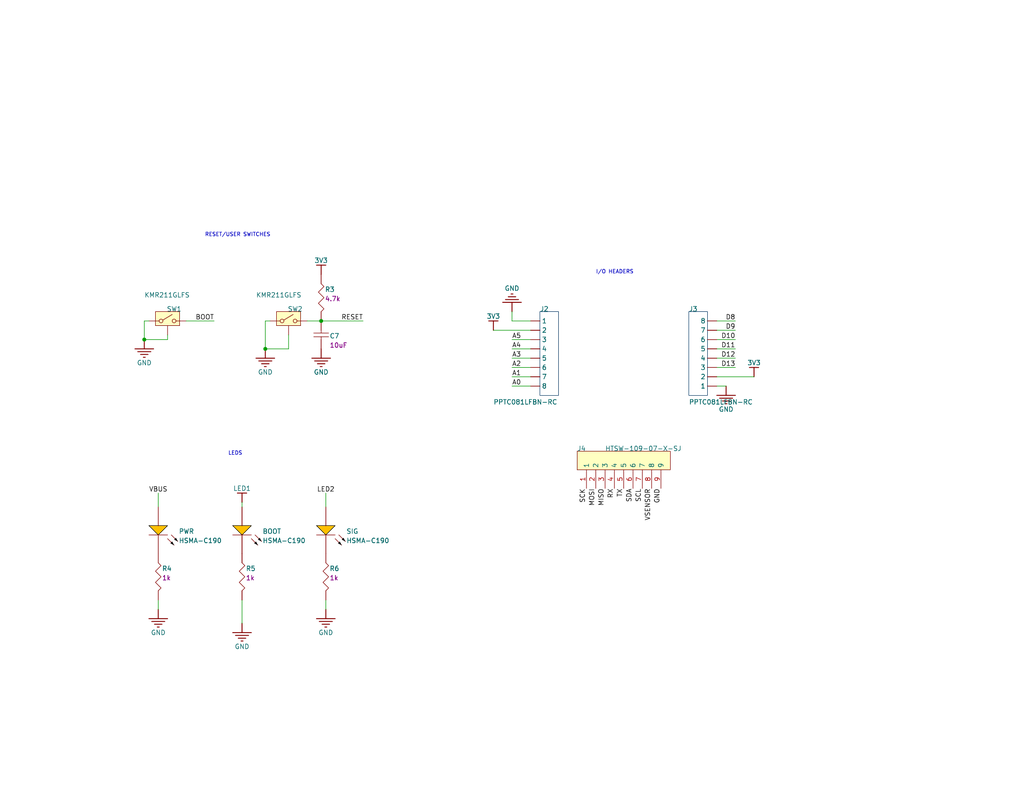
<source format=kicad_sch>
(kicad_sch (version 20250114) (generator "eeschema") (generator_version "9.0")
  (paper "A")
  (lib_symbols
    (symbol "ECEN5730Lib_2023_05_DS (2):root_0_JF_8_PIN_FEMALE_ECEN5730Lib_2023_05_DS (2).IntLib" (pin_numbers (hide yes))
      (symbol "root_0_JF_8_PIN_FEMALE_ECEN5730Lib_2023_05_DS (2).IntLib_1_0"
        (rectangle (start 7.62 2.54) (end 2.54 -20.32) (stroke (width 0) (color 7 55 99 1)) (fill (type color) (color 255 255 255 1)))
        (pin passive line (at 0 0 0) (length 2.54) (name "1") (number "1"))
        (pin passive line (at 0 -2.54 0) (length 2.54) (name "2") (number "2"))
        (pin passive line (at 0 -5.08 0) (length 2.54) (name "3") (number "3"))
        (pin passive line (at 0 -7.62 0) (length 2.54) (name "4") (number "4"))
        (pin passive line (at 0 -10.16 0) (length 2.54) (name "5") (number "5"))
        (pin passive line (at 0 -12.7 0) (length 2.54) (name "6") (number "6"))
        (pin passive line (at 0 -15.24 0) (length 2.54) (name "7") (number "7"))
        (pin passive line (at 0 -17.78 0) (length 2.54) (name "8") (number "8"))
      )
    )
    (symbol "ECEN5730Lib_2023_05_DS (2):root_1_JM_9_PIN_MALE_ECEN5730Lib_2023_05_DS (2).IntLib"
      (symbol "root_1_JM_9_PIN_MALE_ECEN5730Lib_2023_05_DS (2).IntLib_1_0"
        (rectangle (start 22.86 5.08) (end -2.54 0) (stroke (width 0) (color 128 0 0 1)) (fill (type background)))
        (pin passive line (at 0 -5.08 90) (length 5.08) (name "1") (number "1"))
        (pin passive line (at 2.54 -5.08 90) (length 5.08) (name "2") (number "2"))
        (pin passive line (at 5.08 -5.08 90) (length 5.08) (name "3") (number "3"))
        (pin passive line (at 7.62 -5.08 90) (length 5.08) (name "4") (number "4"))
        (pin passive line (at 10.16 -5.08 90) (length 5.08) (name "5") (number "5"))
        (pin passive line (at 12.7 -5.08 90) (length 5.08) (name "6") (number "6"))
        (pin passive line (at 15.24 -5.08 90) (length 5.08) (name "7") (number "7"))
        (pin passive line (at 17.78 -5.08 90) (length 5.08) (name "8") (number "8"))
        (pin passive line (at 20.32 -5.08 90) (length 5.08) (name "9") (number "9"))
      )
    )
    (symbol "ECEN5730Lib_2023_05_DS (2):root_2_JF_8_PIN_FEMALE_ECEN5730Lib_2023_05_DS (2).IntLib" (pin_numbers (hide yes))
      (symbol "root_2_JF_8_PIN_FEMALE_ECEN5730Lib_2023_05_DS (2).IntLib_1_0"
        (rectangle (start -2.54 20.32) (end -7.62 -2.54) (stroke (width 0) (color 7 55 99 1)) (fill (type color) (color 255 255 255 1)))
        (pin passive line (at 0 17.78 180) (length 2.54) (name "8") (number "8"))
        (pin passive line (at 0 15.24 180) (length 2.54) (name "7") (number "7"))
        (pin passive line (at 0 12.7 180) (length 2.54) (name "6") (number "6"))
        (pin passive line (at 0 10.16 180) (length 2.54) (name "5") (number "5"))
        (pin passive line (at 0 7.62 180) (length 2.54) (name "4") (number "4"))
        (pin passive line (at 0 5.08 180) (length 2.54) (name "3") (number "3"))
        (pin passive line (at 0 2.54 180) (length 2.54) (name "2") (number "2"))
        (pin passive line (at 0 0 180) (length 2.54) (name "1") (number "1"))
      )
    )
    (symbol "McIntyre Industries:root_0_KMR211GLFS_McIntyre Industries" (pin_numbers (hide yes)) (pin_names (hide yes))
      (symbol "root_0_KMR211GLFS_McIntyre Industries_1_0"
        (polyline (pts (xy 2.794 0) (xy 2.54 0)))
        (circle (center 3.302 0) (radius 0.508))
        (polyline (pts (xy 3.81 0.254) (xy 6.35 1.778)))
        (circle (center 6.858 0) (radius 0.508))
        (polyline (pts (xy 7.366 0) (xy 7.62 0)))
        (rectangle (start 8.382 2.54) (end 1.778 -1.27) (stroke (width 0) (color 128 0 0 1)) (fill (type background)))
        (pin passive line (at 0 0 0) (length 2.54) (name "1") (number "1,2"))
        (pin power_in line (at 5.08 -3.81 90) (length 2.54) (name "3") (number "5"))
        (pin passive line (at 10.16 0 180) (length 2.54) (name "2") (number "3,4"))
      )
    )
    (symbol "Prototypical Design:root_1_CAP-NP-2_Prototypical Design" (pin_numbers (hide yes)) (pin_names (hide yes))
      (symbol "root_1_CAP-NP-2_Prototypical Design_1_0"
        (polyline (pts (xy -2.032 4.318) (xy 2.032 4.318)))
        (polyline (pts (xy 0 5.08) (xy 0 4.318)))
        (polyline (pts (xy 0 2.54) (xy 0 3.302)))
        (polyline (pts (xy 2.032 3.302) (xy -2.032 3.302)))
        (pin passive line (at 0 7.62 270) (length 2.54) (name "2") (number "2"))
        (pin passive line (at 0 0 90) (length 2.54) (name "1") (number "1"))
      )
    )
    (symbol "Prototypical Design:root_3_LED-AMBER-AK-2_Prototypical Design" (pin_numbers (hide yes)) (pin_names (hide yes))
      (symbol "root_3_LED-AMBER-AK-2_Prototypical Design_1_0"
        (polyline (pts (xy -5.08 0) (xy -2.54 -2.54) (xy 0 0) (xy -5.08 0)) (stroke (width 0) (color 0 0 0 1)) (fill (type color) (color 255 191 0 1)))
        (polyline (pts (xy 0 -2.54) (xy -5.08 -2.54)))
        (polyline (pts (xy 0 -3.556) (xy 1.778 -5.334)))
        (polyline (pts (xy 1.016 -2.54) (xy 2.794 -4.318)))
        (polyline (pts (xy 1.778 -5.334) (xy 1.27 -4.318) (xy 0.762 -4.826) (xy 1.778 -5.334)) (stroke (width -0.0001) (color 0 0 0 1)) (fill (type outline)))
        (polyline (pts (xy 2.794 -4.318) (xy 2.286 -3.302) (xy 1.778 -3.81) (xy 2.794 -4.318)) (stroke (width -0.0001) (color 0 0 0 1)) (fill (type outline)))
        (pin passive line (at -2.54 5.08 270) (length 5.08) (name "A") (number "1"))
        (pin passive line (at -2.54 -7.62 90) (length 5.08) (name "K") (number "2"))
      )
    )
    (symbol "Prototypical Design:root_3_RES-2_Prototypical Design_0" (pin_numbers (hide yes)) (pin_names (hide yes))
      (symbol "root_3_RES-2_Prototypical Design_0_1_0"
        (polyline (pts (xy 0 -10.16) (xy 0.762 -9.398) (xy 0 -8.636) (xy -0.762 -7.874) (xy 0.762 -6.35) (xy -0.762 -4.826) (xy 0.762 -3.302) (xy 0 -2.54)))
        (pin passive line (at 0 0 270) (length 2.54) (name "1") (number "1"))
        (pin passive line (at 0 -12.7 90) (length 2.54) (name "2") (number "2"))
      )
    )
    (symbol "root_3_RES-2_Prototypical Design_0_1" (pin_numbers (hide yes)) (pin_names (hide yes))
      (symbol "root_3_RES-2_Prototypical Design_0_1_1_0"
        (polyline (pts (xy 0 -10.16) (xy 0.762 -9.398) (xy 0 -8.636) (xy -0.762 -7.874) (xy 0.762 -6.35) (xy -0.762 -4.826) (xy 0.762 -3.302) (xy 0 -2.54)))
        (pin passive line (at 0 0 270) (length 2.54) (name "1") (number "1"))
        (pin passive line (at 0 -12.7 90) (length 2.54) (name "2") (number "2"))
      )
    )
    (symbol "tinyCore-altium-import:3V3_BAR" (power)
      (property "Value" "3V3" (at 0 -3.81 0))
      (symbol "3V3_BAR_0_0"
        (polyline (pts (xy -1.27 -2.54) (xy 1.27 -2.54)) (stroke (width 0.254)))
        (polyline (pts (xy 0 0) (xy 0 -2.54)) (stroke (width 0.254)))
        (pin power_in line (at 0 0 0) (length 0) (hide yes) (name "3V3") (number ""))
      )
    )
    (symbol "tinyCore-altium-import:GND_POWER_GROUND" (power)
      (property "Value" "GND" (at 0 -6.35 0))
      (symbol "GND_POWER_GROUND_0_0"
        (polyline (pts (xy -2.54 -2.54) (xy 2.54 -2.54)) (stroke (width 0.254)))
        (polyline (pts (xy -1.778 -3.302) (xy 1.778 -3.302)) (stroke (width 0.254)))
        (polyline (pts (xy -1.016 -4.064) (xy 1.016 -4.064)) (stroke (width 0.254)))
        (polyline (pts (xy -0.254 -4.826) (xy 0.254 -4.826)) (stroke (width 0.254)))
        (polyline (pts (xy 0 0) (xy 0 -2.54)) (stroke (width 0.254)))
        (pin power_in line (at 0 0 0) (length 0) (hide yes) (name "GND") (number ""))
      )
    )
    (symbol "tinyCore-altium-import:LED1_BAR" (power)
      (property "Value" "LED1" (at 0 -3.81 0))
      (symbol "LED1_BAR_0_0"
        (polyline (pts (xy -1.27 -2.54) (xy 1.27 -2.54)) (stroke (width 0.254)))
        (polyline (pts (xy 0 0) (xy 0 -2.54)) (stroke (width 0.254)))
        (pin power_in line (at 0 0 0) (length 0) (hide yes) (name "LED1") (number ""))
      )
    )
  )
  (text "I/O HEADERS" (at 162.56 74.93 0) (effects (font (size 1.016 1.016)) (justify left bottom)))
  (text "RESET/USER SWITCHES" (at 55.88 64.77 0) (effects (font (size 1.016 1.016)) (justify left bottom)))
  (text "LEDS" (at 62.23 124.46 0) (effects (font (size 1.016 1.016)) (justify left bottom)))
  (junction (at 72.39 95.25))
  (junction (at 87.63 87.63))
  (junction (at 39.37 92.71))
  (wire (pts (xy 144.78 105.41) (xy 139.7 105.41)))
  (wire (pts (xy 72.39 87.63) (xy 72.39 95.25)))
  (wire (pts (xy 144.78 92.71) (xy 139.7 92.71)))
  (wire (pts (xy 99.06 87.63) (xy 87.63 87.63)))
  (wire (pts (xy 66.04 170.18) (xy 66.04 163.83)))
  (wire (pts (xy 195.58 92.71) (xy 200.66 92.71)))
  (wire (pts (xy 144.78 100.33) (xy 139.7 100.33)))
  (wire (pts (xy 73.66 87.63) (xy 72.39 87.63)))
  (wire (pts (xy 88.9 166.37) (xy 88.9 163.83)))
  (wire (pts (xy 195.58 87.63) (xy 200.66 87.63)))
  (wire (pts (xy 195.58 97.79) (xy 200.66 97.79)))
  (wire (pts (xy 45.72 92.71) (xy 39.37 92.71)))
  (wire (pts (xy 39.37 87.63) (xy 39.37 92.71)))
  (wire (pts (xy 50.8 87.63) (xy 58.42 87.63)))
  (wire (pts (xy 144.78 95.25) (xy 139.7 95.25)))
  (wire (pts (xy 144.78 90.17) (xy 134.62 90.17)))
  (wire (pts (xy 144.78 87.63) (xy 139.7 87.63)))
  (wire (pts (xy 195.58 95.25) (xy 200.66 95.25)))
  (wire (pts (xy 78.74 91.44) (xy 78.74 95.25)))
  (wire (pts (xy 195.58 100.33) (xy 200.66 100.33)))
  (wire (pts (xy 144.78 97.79) (xy 139.7 97.79)))
  (wire (pts (xy 66.04 137.16) (xy 66.04 138.43)))
  (wire (pts (xy 198.12 105.41) (xy 195.58 105.41)))
  (wire (pts (xy 88.9 134.62) (xy 88.9 138.43)))
  (wire (pts (xy 139.7 87.63) (xy 139.7 85.09)))
  (wire (pts (xy 78.74 95.25) (xy 72.39 95.25)))
  (wire (pts (xy 87.63 87.63) (xy 83.82 87.63)))
  (wire (pts (xy 40.64 87.63) (xy 39.37 87.63)))
  (wire (pts (xy 195.58 102.87) (xy 205.74 102.87)))
  (wire (pts (xy 144.78 102.87) (xy 139.7 102.87)))
  (wire (pts (xy 43.18 134.62) (xy 43.18 138.43)))
  (wire (pts (xy 45.72 91.44) (xy 45.72 92.71)))
  (wire (pts (xy 43.18 166.37) (xy 43.18 163.83)))
  (wire (pts (xy 195.58 90.17) (xy 200.66 90.17)))
  (label "D11" (at 200.66 95.25 180))
  (label "VBUS" (at 43.18 134.62 0))
  (label "GND" (at 180.34 133.35 270))
  (label "MISO" (at 165.1 133.35 270))
  (label "BOOT" (at 58.42 87.63 180))
  (label "SCL" (at 175.26 133.35 270))
  (label "D12" (at 200.66 97.79 180))
  (label "TX" (at 170.18 133.35 270))
  (label "A3" (at 139.7 97.79 0))
  (label "A5" (at 139.7 92.71 0))
  (label "D9" (at 200.66 90.17 180))
  (label "LED2" (at 88.9 134.62 0))
  (label "D13" (at 200.66 100.33 180))
  (label "MOSI" (at 162.56 133.35 270))
  (label "A4" (at 139.7 95.25 0))
  (label "D8" (at 200.66 87.63 180))
  (label "A2" (at 139.7 100.33 0))
  (label "SCK" (at 160.02 133.35 270))
  (label "A0" (at 139.7 105.41 0))
  (label "RESET" (at 99.06 87.63 180))
  (label "A1" (at 139.7 102.87 0))
  (label "SDA" (at 172.72 133.35 270))
  (label "" (at 139.7 105.41 0))
  (label "RX" (at 167.64 133.35 270))
  (label "D10" (at 200.66 92.71 180))
  (label "VSENSOR" (at 177.8 133.35 270))
  (symbol (lib_id "ECEN5730Lib_2023_05_DS (2):root_0_JF_8_PIN_FEMALE_ECEN5730Lib_2023_05_DS (2).IntLib") (at 144.78 87.63 0) (unit 1)
    (property "Reference" "J2" (at 147.32 85.09 0) (effects (justify left bottom)))
    (property "Value" "PPTC081LFBN-RC" (at 134.62 110.49 0) (effects (justify left bottom)))
    (property "Footprint" "8_PIN_100MIL - Female" (effects (hide yes)))
    (property "Description" "8 Position Header Connector 0.100\" (2.54mm) Through Hole Tin" (effects (hide yes)))
    (property "DIGIKEY LINK" "https://www.digikey.com/product-detail/en/PPTC081LFBN-RC/S7006-ND/810147/?itemSeq=304982354" (effects (hide yes)))
    (property "MFR PART #" "PPTC081LFBN-RC" (effects (hide yes)))
    (property "TYPE" "Extended" (effects (hide yes)))
    (property "LCSC PART#" "C27438" (effects (hide yes)))
  )
  (symbol (lib_id "Prototypical Design:root_3_LED-AMBER-AK-2_Prototypical Design") (at 91.44 143.51 0) (unit 1)
    (property "Reference" "SIG" (at 94.488 145.796 0) (effects (justify left bottom)))
    (property "Value" "HSMA-C190" (at 94.488 148.336 0) (effects (justify left bottom)))
    (property "Footprint" "AVAG-HSMX-C190_V" (effects (hide yes)))
    (property "Description" "LED Uni-Color Amber, 60 mW, 20 mA, -40 to 85 degC, 2-Pin SMD, RoHS, Tape and Reel" (effects (hide yes)))
    (property "DATASHEET VERSION" "Sep-10" (effects (hide yes)))
    (property "MOUNTING TECHNOLOGY" "SM" (effects (hide yes)))
    (property "CASE/PACKAGE" "0603" (effects (hide yes)))
    (property "ROHS COMPLIANT" "True" (effects (hide yes)))
    (property "PINS" "2" (effects (hide yes)))
    (property "FORWARD CURRENT" "20mA" (effects (hide yes)))
    (property "PACKAGING" "TapeandReel" (effects (hide yes)))
    (property "COLOUR" "Orange" (effects (hide yes)))
    (property "PACKAGE REFERENCE" "HSMX-C190" (effects (hide yes)))
    (property "MANUFACTURER URL" "http://www.avagotech.com/" (effects (hide yes)))
    (property "PACKAGE QUANTITY" "4000" (effects (hide yes)))
    (property "MIN OPERATING TEMPERATURE" "-40°C" (effects (hide yes)))
    (property "LUMINOUS INTENSITY" "90mcd" (effects (hide yes)))
    (property "DATASHEET URL" "http://docs.avagotech.com/docs/AV02-0112EN" (effects (hide yes)))
    (property "LENS STYLE" "Diffused" (effects (hide yes)))
    (property "POWER" "60mW" (effects (hide yes)))
    (property "NOMINAL VF" "1.9V" (effects (hide yes)))
    (property "MANUFACTURER" "Avago" (effects (hide yes)))
    (property "MAX OPERATING TEMPERATURE" "85°C" (effects (hide yes)))
    (property "FORWARD VOLTAGE" "1.9V" (effects (hide yes)))
    (property "VIEWING ANGLE" "170degrees" (effects (hide yes)))
    (property "PACKAGE DESCRIPTION" "2-Pin Surface Mount Device, Body 1.6 x 0.8 mm, Height 0.9 mm" (effects (hide yes)))
    (property "ILLUMINATION COLOUR" "Orange" (effects (hide yes)))
  )
  (symbol (lib_id "tinyCore-altium-import:GND_POWER_GROUND") (at 39.37 92.71 0) (unit 1)
    (property "Reference" "#PWR?" (effects (hide yes)))
    (property "Value" "GND" (at 39.37 99.06 0))
  )
  (symbol (lib_id "tinyCore-altium-import:GND_POWER_GROUND") (at 72.39 95.25 0) (unit 1)
    (property "Reference" "#PWR?" (effects (hide yes)))
    (property "Value" "GND" (at 72.39 101.6 0))
  )
  (symbol (lib_id "tinyCore-altium-import:GND_POWER_GROUND") (at 198.12 105.41 0) (unit 1)
    (property "Reference" "#PWR?" (effects (hide yes)))
    (property "Value" "GND" (at 198.12 111.76 0))
  )
  (symbol (lib_id "tinyCore-altium-import:GND_POWER_GROUND") (at 87.63 95.25 0) (unit 1)
    (property "Reference" "#PWR?" (effects (hide yes)))
    (property "Value" "GND" (at 87.63 101.6 0))
  )
  (symbol (lib_id "tinyCore-altium-import:3V3_BAR") (at 134.62 90.17 180) (unit 1)
    (property "Reference" "#PWR?" (effects (hide yes)))
    (property "Value" "3V3" (at 134.62 86.36 0))
  )
  (symbol (lib_id "Prototypical Design:root_3_LED-AMBER-AK-2_Prototypical Design") (at 45.72 143.51 0) (unit 1)
    (property "Reference" "PWR" (at 48.768 145.796 0) (effects (justify left bottom)))
    (property "Value" "HSMA-C190" (at 48.768 148.336 0) (effects (justify left bottom)))
    (property "Footprint" "AVAG-HSMX-C190_V" (effects (hide yes)))
    (property "Description" "LED Uni-Color Amber, 60 mW, 20 mA, -40 to 85 degC, 2-Pin SMD, RoHS, Tape and Reel" (effects (hide yes)))
    (property "DATASHEET VERSION" "Sep-10" (effects (hide yes)))
    (property "MOUNTING TECHNOLOGY" "SM" (effects (hide yes)))
    (property "CASE/PACKAGE" "0603" (effects (hide yes)))
    (property "ROHS COMPLIANT" "True" (effects (hide yes)))
    (property "PINS" "2" (effects (hide yes)))
    (property "FORWARD CURRENT" "20mA" (effects (hide yes)))
    (property "PACKAGING" "TapeandReel" (effects (hide yes)))
    (property "COLOUR" "Orange" (effects (hide yes)))
    (property "PACKAGE REFERENCE" "HSMX-C190" (effects (hide yes)))
    (property "MANUFACTURER URL" "http://www.avagotech.com/" (effects (hide yes)))
    (property "PACKAGE QUANTITY" "4000" (effects (hide yes)))
    (property "MIN OPERATING TEMPERATURE" "-40°C" (effects (hide yes)))
    (property "LUMINOUS INTENSITY" "90mcd" (effects (hide yes)))
    (property "DATASHEET URL" "http://docs.avagotech.com/docs/AV02-0112EN" (effects (hide yes)))
    (property "LENS STYLE" "Diffused" (effects (hide yes)))
    (property "POWER" "60mW" (effects (hide yes)))
    (property "NOMINAL VF" "1.9V" (effects (hide yes)))
    (property "MANUFACTURER" "Avago" (effects (hide yes)))
    (property "MAX OPERATING TEMPERATURE" "85°C" (effects (hide yes)))
    (property "FORWARD VOLTAGE" "1.9V" (effects (hide yes)))
    (property "VIEWING ANGLE" "170degrees" (effects (hide yes)))
    (property "PACKAGE DESCRIPTION" "2-Pin Surface Mount Device, Body 1.6 x 0.8 mm, Height 0.9 mm" (effects (hide yes)))
    (property "ILLUMINATION COLOUR" "Orange" (effects (hide yes)))
  )
  (symbol (lib_id "Prototypical Design:root_3_RES-2_Prototypical Design_0") (at 66.04 151.13 0) (unit 1)
    (property "Reference" "R5" (at 67.056 155.956 0) (effects (justify left bottom)))
    (property "Value" "Resistor 1k +/-1% 0603 100 mW" (effects (hide yes)))
    (property "Footprint" "RESC1608X55X25ML10T15" (effects (hide yes)))
    (property "Description" "Chip Resistor, 1 KOhm, +/- 1%, 0.1 W, -55 to 155 degC, 0603 (1608 Metric)" (effects (hide yes)))
    (property "MAX OPERATING TEMPERATURE" "155°C" (effects (hide yes)))
    (property "ALTIUM_VALUE" "1k" (at 67.056 158.496 0) (effects (justify left bottom)))
    (property "ROHS COMPLIANT" "True" (effects (hide yes)))
    (property "VOLTAGE RATING" "50V" (effects (hide yes)))
    (property "TOLERANCE" "1%" (effects (hide yes)))
    (property "PINS" "2" (effects (hide yes)))
    (property "CASE/PACKAGE" "0603" (effects (hide yes)))
    (property "MOUNTING TECHNOLOGY" "SM" (effects (hide yes)))
    (property "MIN OPERATING TEMPERATURE" "-55°C" (effects (hide yes)))
    (property "POWER" "100mW" (effects (hide yes)))
  )
  (symbol (lib_id "Prototypical Design:root_3_RES-2_Prototypical Design_0") (at 43.18 151.13 0) (unit 1)
    (property "Reference" "R4" (at 44.196 155.956 0) (effects (justify left bottom)))
    (property "Value" "Resistor 1k +/-1% 0603 100 mW" (effects (hide yes)))
    (property "Footprint" "RESC1608X55X25ML10T15" (effects (hide yes)))
    (property "Description" "Chip Resistor, 1 KOhm, +/- 1%, 0.1 W, -55 to 155 degC, 0603 (1608 Metric)" (effects (hide yes)))
    (property "MAX OPERATING TEMPERATURE" "155°C" (effects (hide yes)))
    (property "ALTIUM_VALUE" "1k" (at 44.196 158.496 0) (effects (justify left bottom)))
    (property "ROHS COMPLIANT" "True" (effects (hide yes)))
    (property "VOLTAGE RATING" "50V" (effects (hide yes)))
    (property "TOLERANCE" "1%" (effects (hide yes)))
    (property "PINS" "2" (effects (hide yes)))
    (property "CASE/PACKAGE" "0603" (effects (hide yes)))
    (property "MOUNTING TECHNOLOGY" "SM" (effects (hide yes)))
    (property "MIN OPERATING TEMPERATURE" "-55°C" (effects (hide yes)))
    (property "POWER" "100mW" (effects (hide yes)))
  )
  (symbol (lib_id "tinyCore-altium-import:LED1_BAR") (at 66.04 137.16 180) (unit 1)
    (property "Reference" "#PWR?" (effects (hide yes)))
    (property "Value" "LED1" (at 66.04 133.35 0))
  )
  (symbol (lib_id "tinyCore-altium-import:GND_POWER_GROUND") (at 43.18 166.37 0) (unit 1)
    (property "Reference" "#PWR?" (effects (hide yes)))
    (property "Value" "GND" (at 43.18 172.72 0))
  )
  (symbol (lib_id "McIntyre Industries:root_0_KMR211GLFS_McIntyre Industries") (at 40.64 87.63 0) (unit 1)
    (property "Reference" "SW1" (at 45.466 85.09 0) (effects (justify left bottom)))
    (property "Value" "KMR211GLFS" (at 39.37 81.28 0) (effects (justify left bottom)))
    (property "Footprint" "FP-KMR211GLFS-MFG" (effects (hide yes)))
    (property "DESIGN ITEM ID" "KMR211GLFS" (effects (hide yes)))
    (property "SOURCE" "KMR211GLFS.SchLib" (effects (hide yes)))
  )
  (symbol (lib_id "tinyCore-altium-import:3V3_BAR") (at 205.74 102.87 180) (unit 1)
    (property "Reference" "#PWR?" (effects (hide yes)))
    (property "Value" "3V3" (at 205.74 99.06 0))
  )
  (symbol (lib_id "tinyCore-altium-import:GND_POWER_GROUND") (at 66.04 170.18 0) (unit 1)
    (property "Reference" "#PWR?" (effects (hide yes)))
    (property "Value" "GND" (at 66.04 176.53 0))
  )
  (symbol (lib_id "ECEN5730Lib_2023_05_DS (2):root_2_JF_8_PIN_FEMALE_ECEN5730Lib_2023_05_DS (2).IntLib") (at 195.58 105.41 0) (unit 1)
    (property "Reference" "J3" (at 187.96 85.09 0) (effects (justify left bottom)))
    (property "Value" "PPTC081LFBN-RC" (at 187.96 110.49 0) (effects (justify left bottom)))
    (property "Footprint" "8_PIN_100MIL - Female" (effects (hide yes)))
    (property "Description" "8 Position Header Connector 0.100\" (2.54mm) Through Hole Tin" (effects (hide yes)))
    (property "DIGIKEY LINK" "https://www.digikey.com/product-detail/en/PPTC081LFBN-RC/S7006-ND/810147/?itemSeq=304982354" (effects (hide yes)))
    (property "MFR PART #" "PPTC081LFBN-RC" (effects (hide yes)))
    (property "TYPE" "Extended" (effects (hide yes)))
    (property "LCSC PART#" "C27438" (effects (hide yes)))
  )
  (symbol (lib_id "tinyCore-altium-import:GND_POWER_GROUND") (at 139.7 85.09 180) (unit 1)
    (property "Reference" "#PWR?" (effects (hide yes)))
    (property "Value" "GND" (at 139.7 78.74 0))
  )
  (symbol (lib_name "root_3_RES-2_Prototypical Design_0_1") (lib_id "Prototypical Design:root_3_RES-2_Prototypical Design_0") (at 87.63 74.93 0) (unit 1)
    (property "Reference" "R3" (at 88.646 79.756 0) (effects (justify left bottom)))
    (property "Value" "Resistor 4.7k +/-1% 0603 100 mW" (effects (hide yes)))
    (property "Footprint" "RESC1608X55X25ML10T15" (effects (hide yes)))
    (property "Description" "Chip Resistor, 4.7 KOhm, +/- 1%, 0.1 W, -55 to 155 degC, 0603 (1608 Metric)" (effects (hide yes)))
    (property "MAX OPERATING TEMPERATURE" "155°C" (effects (hide yes)))
    (property "ALTIUM_VALUE" "4.7k" (at 88.646 82.296 0) (effects (justify left bottom)))
    (property "ROHS COMPLIANT" "True" (effects (hide yes)))
    (property "VOLTAGE RATING" "50V" (effects (hide yes)))
    (property "TOLERANCE" "1%" (effects (hide yes)))
    (property "PINS" "2" (effects (hide yes)))
    (property "CASE/PACKAGE" "0603" (effects (hide yes)))
    (property "MOUNTING TECHNOLOGY" "SM" (effects (hide yes)))
    (property "MIN OPERATING TEMPERATURE" "-55°C" (effects (hide yes)))
    (property "POWER" "100mW" (effects (hide yes)))
  )
  (symbol (lib_id "tinyCore-altium-import:3V3_BAR") (at 87.63 74.93 180) (unit 1)
    (property "Reference" "#PWR?" (effects (hide yes)))
    (property "Value" "3V3" (at 87.63 71.12 0))
  )
  (symbol (lib_id "Prototypical Design:root_3_LED-AMBER-AK-2_Prototypical Design") (at 68.58 143.51 0) (unit 1)
    (property "Reference" "BOOT" (at 71.628 145.796 0) (effects (justify left bottom)))
    (property "Value" "HSMA-C190" (at 71.628 148.336 0) (effects (justify left bottom)))
    (property "Footprint" "AVAG-HSMX-C190_V" (effects (hide yes)))
    (property "Description" "LED Uni-Color Amber, 60 mW, 20 mA, -40 to 85 degC, 2-Pin SMD, RoHS, Tape and Reel" (effects (hide yes)))
    (property "DATASHEET VERSION" "Sep-10" (effects (hide yes)))
    (property "MOUNTING TECHNOLOGY" "SM" (effects (hide yes)))
    (property "CASE/PACKAGE" "0603" (effects (hide yes)))
    (property "ROHS COMPLIANT" "True" (effects (hide yes)))
    (property "PINS" "2" (effects (hide yes)))
    (property "FORWARD CURRENT" "20mA" (effects (hide yes)))
    (property "PACKAGING" "TapeandReel" (effects (hide yes)))
    (property "COLOUR" "Orange" (effects (hide yes)))
    (property "PACKAGE REFERENCE" "HSMX-C190" (effects (hide yes)))
    (property "MANUFACTURER URL" "http://www.avagotech.com/" (effects (hide yes)))
    (property "PACKAGE QUANTITY" "4000" (effects (hide yes)))
    (property "MIN OPERATING TEMPERATURE" "-40°C" (effects (hide yes)))
    (property "LUMINOUS INTENSITY" "90mcd" (effects (hide yes)))
    (property "DATASHEET URL" "http://docs.avagotech.com/docs/AV02-0112EN" (effects (hide yes)))
    (property "LENS STYLE" "Diffused" (effects (hide yes)))
    (property "POWER" "60mW" (effects (hide yes)))
    (property "NOMINAL VF" "1.9V" (effects (hide yes)))
    (property "MANUFACTURER" "Avago" (effects (hide yes)))
    (property "MAX OPERATING TEMPERATURE" "85°C" (effects (hide yes)))
    (property "FORWARD VOLTAGE" "1.9V" (effects (hide yes)))
    (property "VIEWING ANGLE" "170degrees" (effects (hide yes)))
    (property "PACKAGE DESCRIPTION" "2-Pin Surface Mount Device, Body 1.6 x 0.8 mm, Height 0.9 mm" (effects (hide yes)))
    (property "ILLUMINATION COLOUR" "Orange" (effects (hide yes)))
  )
  (symbol (lib_id "Prototypical Design:root_3_RES-2_Prototypical Design_0") (at 88.9 151.13 0) (unit 1)
    (property "Reference" "R6" (at 89.916 155.956 0) (effects (justify left bottom)))
    (property "Value" "Resistor 1k +/-1% 0603 100 mW" (effects (hide yes)))
    (property "Footprint" "RESC1608X55X25ML10T15" (effects (hide yes)))
    (property "Description" "Chip Resistor, 1 KOhm, +/- 1%, 0.1 W, -55 to 155 degC, 0603 (1608 Metric)" (effects (hide yes)))
    (property "MAX OPERATING TEMPERATURE" "155°C" (effects (hide yes)))
    (property "ALTIUM_VALUE" "1k" (at 89.916 158.496 0) (effects (justify left bottom)))
    (property "ROHS COMPLIANT" "True" (effects (hide yes)))
    (property "VOLTAGE RATING" "50V" (effects (hide yes)))
    (property "TOLERANCE" "1%" (effects (hide yes)))
    (property "PINS" "2" (effects (hide yes)))
    (property "CASE/PACKAGE" "0603" (effects (hide yes)))
    (property "MOUNTING TECHNOLOGY" "SM" (effects (hide yes)))
    (property "MIN OPERATING TEMPERATURE" "-55°C" (effects (hide yes)))
    (property "POWER" "100mW" (effects (hide yes)))
  )
  (symbol (lib_id "Prototypical Design:root_1_CAP-NP-2_Prototypical Design") (at 87.63 95.25 0) (unit 1)
    (property "Reference" "C7" (at 89.916 92.456 0) (effects (justify left bottom)))
    (property "Value" "Capacitor 10 uF +/- 0.25 uF 50 V 0603" (effects (hide yes)))
    (property "Footprint" "CAPC1608X87X35NL15T15" (effects (hide yes)))
    (property "Description" "Chip Capacitor, 10 uF, +/- 0.25 uF, 50 V, 0603 (1608 Metric)" (effects (hide yes)))
    (property "MAX OPERATING TEMPERATURE" "125°C" (effects (hide yes)))
    (property "ROHS COMPLIANT" "True" (effects (hide yes)))
    (property "ALTIUM_VALUE" "10uF" (at 89.916 94.996 0) (effects (justify left bottom)))
    (property "MOUNTING TECHNOLOGY" "SM" (effects (hide yes)))
    (property "TOLERANCE" "0.25%" (effects (hide yes)))
    (property "PINS" "2" (effects (hide yes)))
    (property "CASE/PACKAGE" "0603" (effects (hide yes)))
    (property "MIN OPERATING TEMPERATURE" "-55°C" (effects (hide yes)))
    (property "CAPACITOR TYPE" "Ceramic" (effects (hide yes)))
    (property "VOLTAGE RATING" "50V" (effects (hide yes)))
  )
  (symbol (lib_id "McIntyre Industries:root_0_KMR211GLFS_McIntyre Industries") (at 73.66 87.63 0) (unit 1)
    (property "Reference" "SW2" (at 78.486 85.09 0) (effects (justify left bottom)))
    (property "Value" "KMR211GLFS" (at 69.85 81.28 0) (effects (justify left bottom)))
    (property "Footprint" "FP-KMR211GLFS-MFG" (effects (hide yes)))
    (property "DESIGN ITEM ID" "KMR211GLFS" (effects (hide yes)))
    (property "SOURCE" "KMR211GLFS.SchLib" (effects (hide yes)))
  )
  (symbol (lib_id "ECEN5730Lib_2023_05_DS (2):root_1_JM_9_PIN_MALE_ECEN5730Lib_2023_05_DS (2).IntLib") (at 160.02 128.27 0) (unit 1)
    (property "Reference" "J4" (at 157.48 123.19 0) (effects (justify left bottom)))
    (property "Value" "HTSW-109-07-X-SJ" (at 165.1 123.19 0) (effects (justify left bottom)))
    (property "Footprint" "JM-9_HTSW-109-07-X-S" (effects (hide yes)))
    (property "Description" "2.54mm Black 1x9P Straight,P=2.54mm Pin Headers" (effects (hide yes)))
    (property "MFR PN" "HTSW-109-07-X-SJ" (effects (hide yes)))
    (property "MFR PART #" "PZ254-1-09-Z-8.5" (effects (hide yes)))
    (property "LCSC PART#" "C2894932" (effects (hide yes)))
  )
  (symbol (lib_id "tinyCore-altium-import:GND_POWER_GROUND") (at 88.9 166.37 0) (unit 1)
    (property "Reference" "#PWR?" (effects (hide yes)))
    (property "Value" "GND" (at 88.9 172.72 0))
  )
)
</source>
